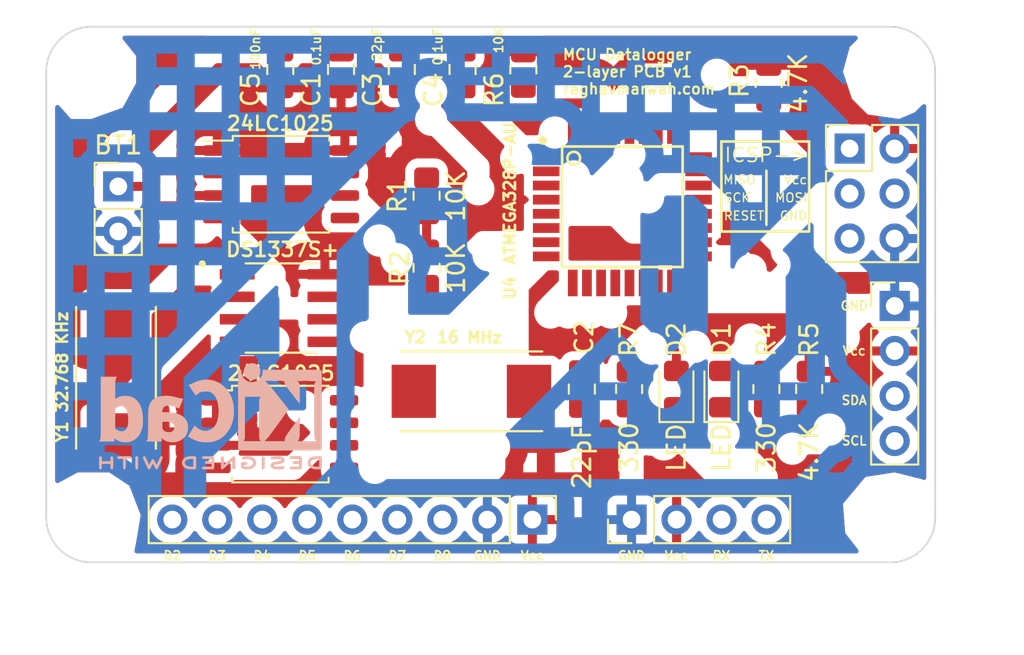
<source format=kicad_pcb>
(kicad_pcb (version 20211014) (generator pcbnew)
  (title_block (title "${project_name}") (date "2022-08-29") (rev "1") (comment 1 "Project #2, KiCad Like a Pro Udemy course") (comment 2 "MCU Datalogger with memory and clock") (comment 3 "github.com/raghavmarwah") (comment 4 "raghavmarwah.com"))
  (layers (0 "F.Cu" mixed) (31 "B.Cu" mixed) (34 "B.Paste" user) (35 "F.Paste" user) (36 "B.SilkS" user "B.Silkscreen") (37 "F.SilkS" user "F.Silkscreen") (38 "B.Mask" user) (39 "F.Mask" user) (44 "Edge.Cuts" user))
  (property "project_name" "MCU Datalogger")
  (net 0 "")
  (net 1 "GND")
  (net 2 "/Vcc")
  (net 3 "Net-(C2-Pad2)")
  (net 4 "Net-(C3-Pad2)")
  (net 5 "Net-(C4-Pad2)")
  (net 6 "Net-(D1-Pad1)")
  (net 7 "/SCK")
  (net 8 "Net-(D2-Pad1)")
  (net 9 "/SDA")
  (net 10 "/RX")
  (net 11 "/TX")
  (net 12 "/D2")
  (net 13 "/D3")
  (net 14 "/D4")
  (net 15 "/D5")
  (net 16 "/D6")
  (net 17 "/D7")
  (net 18 "/D8")
  (net 19 "/MISO")
  (net 20 "/MOSI")
  (net 21 "/RESET")
  (net 22 "Net-(R1-Pad2)")
  (net 23 "Net-(R2-Pad2)")
  (net 24 "Net-(U1-Pad1)")
  (net 25 "Net-(U1-Pad2)")
  (net 35 "/SCL")
  (footprint "MountingHole:MountingHole_2.1mm" (layer "F.Cu") (at 173.482 114.681)
    (fp_text reference "H4")
    (fp_text value "MountingHole")
    (pad "" np_thru_hole circle (at 0 0) (size 2.1 2.1) (drill 2.1) (layers *.Cu *.Mask))
  )
  (footprint "LED_SMD:LED_0805_2012Metric_Pad1.15x1.40mm_HandSolder" (layer "F.Cu") (at 161.417 107.442 90)
    (fp_text reference "D2" (at 2.794 0 90) (layer "F.SilkS"))
    (fp_text value "LED" (at -3.302 0 90) (layer "F.SilkS"))
    (pad "1" smd roundrect (at -1.025 0 90) (size 1.15 1.4) (layers "F.Cu" "F.Paste" "F.Mask") (roundrect_rratio 0.217391) (net 8 "Net-(D2-Pad1)"))
    (pad "2" smd roundrect (at 1.025 0 90) (size 1.15 1.4) (layers "F.Cu" "F.Paste" "F.Mask") (roundrect_rratio 0.217391) (net 2 "/Vcc"))
  )
  (footprint "ATMEGA328P-AU:QFP80P900X900X120-32N" (layer "F.Cu") (at 158.369 97.155)
    (fp_text reference "U4" (at -6.35 4.572 90) (layer "F.SilkS") (effects (font (size 0.641239 0.641239))))
    (fp_text value "ATMEGA328P-AU" (at -6.35 -0.762 90) (layer "F.SilkS") (effects (font (size 0.640449 0.640449))))
    (pad "1" smd rect locked (at -4.3 -2.8) (size 1.5 0.55) (layers "F.Cu" "F.Paste" "F.Mask") (net 13 "/D3"))
    (pad "2" smd rect locked (at -4.3 -2) (size 1.5 0.55) (layers "F.Cu" "F.Paste" "F.Mask") (net 14 "/D4"))
    (pad "3" smd rect locked (at -4.3 -1.2) (size 1.5 0.55) (layers "F.Cu" "F.Paste" "F.Mask") (net 1 "GND"))
    (pad "4" smd rect locked (at -4.3 -0.4) (size 1.5 0.55) (layers "F.Cu" "F.Paste" "F.Mask") (net 2 "/Vcc"))
    (pad "5" smd rect locked (at -4.3 0.4) (size 1.5 0.55) (layers "F.Cu" "F.Paste" "F.Mask") (net 1 "GND"))
    (pad "6" smd rect locked (at -4.3 1.2) (size 1.5 0.55) (layers "F.Cu" "F.Paste" "F.Mask"))
    (pad "7" smd rect locked (at -4.3 2) (size 1.5 0.55) (layers "F.Cu" "F.Paste" "F.Mask") (net 3 "Net-(C2-Pad2)"))
    (pad "8" smd rect locked (at -4.3 2.8) (size 1.5 0.55) (layers "F.Cu" "F.Paste" "F.Mask") (net 4 "Net-(C3-Pad2)"))
    (pad "9" smd rect locked (at -2.8 4.3) (size 0.55 1.5) (layers "F.Cu" "F.Paste" "F.Mask") (net 15 "/D5"))
    (pad "10" smd rect locked (at -2 4.3) (size 0.55 1.5) (layers "F.Cu" "F.Paste" "F.Mask") (net 16 "/D6"))
    (pad "11" smd rect locked (at -1.2 4.3) (size 0.55 1.5) (layers "F.Cu" "F.Paste" "F.Mask") (net 17 "/D7"))
    (pad "12" smd rect locked (at -0.4 4.3) (size 0.55 1.5) (layers "F.Cu" "F.Paste" "F.Mask") (net 18 "/D8"))
    (pad "13" smd rect locked (at 0.4 4.3) (size 0.55 1.5) (layers "F.Cu" "F.Paste" "F.Mask"))
    (pad "14" smd rect locked (at 1.2 4.3) (size 0.55 1.5) (layers "F.Cu" "F.Paste" "F.Mask"))
    (pad "15" smd rect locked (at 2 4.3) (size 0.55 1.5) (layers "F.Cu" "F.Paste" "F.Mask") (net 20 "/MOSI"))
    (pad "16" smd rect locked (at 2.8 4.3) (size 0.55 1.5) (layers "F.Cu" "F.Paste" "F.Mask") (net 19 "/MISO"))
    (pad "17" smd rect locked (at 4.3 2.8) (size 1.5 0.55) (layers "F.Cu" "F.Paste" "F.Mask") (net 7 "/SCK"))
    (pad "18" smd rect locked (at 4.3 2) (size 1.5 0.55) (layers "F.Cu" "F.Paste" "F.Mask") (net 2 "/Vcc"))
    (pad "19" smd rect locked (at 4.3 1.2) (size 1.5 0.55) (layers "F.Cu" "F.Paste" "F.Mask"))
    (pad "20" smd rect locked (at 4.3 0.4) (size 1.5 0.55) (layers "F.Cu" "F.Paste" "F.Mask") (net 5 "Net-(C4-Pad2)"))
    (pad "21" smd rect locked (at 4.3 -0.4) (size 1.5 0.55) (layers "F.Cu" "F.Paste" "F.Mask") (net 1 "GND"))
    (pad "22" smd rect locked (at 4.3 -1.2) (size 1.5 0.55) (layers "F.Cu" "F.Paste" "F.Mask"))
    (pad "23" smd rect locked (at 4.3 -2) (size 1.5 0.55) (layers "F.Cu" "F.Paste" "F.Mask"))
    (pad "24" smd rect locked (at 4.3 -2.8) (size 1.5 0.55) (layers "F.Cu" "F.Paste" "F.Mask"))
    (pad "25" smd rect locked (at 2.8 -4.3) (size 0.55 1.5) (layers "F.Cu" "F.Paste" "F.Mask"))
    (pad "26" smd rect locked (at 2 -4.3) (size 0.55 1.5) (layers "F.Cu" "F.Paste" "F.Mask"))
    (pad "27" smd rect locked (at 1.2 -4.3) (size 0.55 1.5) (layers "F.Cu" "F.Paste" "F.Mask") (net 9 "/SDA"))
    (pad "28" smd rect locked (at 0.4 -4.3) (size 0.55 1.5) (layers "F.Cu" "F.Paste" "F.Mask") (net 35 "/SCL"))
    (pad "29" smd rect locked (at -0.4 -4.3) (size 0.55 1.5) (layers "F.Cu" "F.Paste" "F.Mask") (net 21 "/RESET"))
    (pad "30" smd rect locked (at -1.2 -4.3) (size 0.55 1.5) (layers "F.Cu" "F.Paste" "F.Mask") (net 10 "/RX"))
    (pad "31" smd rect locked (at -2 -4.3) (size 0.55 1.5) (layers "F.Cu" "F.Paste" "F.Mask") (net 11 "/TX"))
    (pad "32" smd rect locked (at -2.8 -4.3) (size 0.55 1.5) (layers "F.Cu" "F.Paste" "F.Mask") (net 12 "/D2"))
  )
  (footprint "MountingHole:MountingHole_2.1mm" (layer "F.Cu") (at 128.397 89.535)
    (fp_text reference "H1")
    (fp_text value "MountingHole")
    (pad "" np_thru_hole circle (at 0 0) (size 2.1 2.1) (drill 2.1) (layers *.Cu *.Mask))
  )
  (footprint "Connector_PinHeader_2.54mm:PinHeader_1x09_P2.54mm_Vertical" (layer "F.Cu") (at 153.289 114.808 -90)
    (fp_text reference "J3")
    (fp_text value "Conn_01x09_Male")
    (pad "1" thru_hole rect (at 0 0 270) (size 1.7 1.7) (drill 1) (layers *.Cu *.Mask) (net 2 "/Vcc"))
    (pad "2" thru_hole oval (at 0 2.54 270) (size 1.7 1.7) (drill 1) (layers *.Cu *.Mask) (net 1 "GND"))
    (pad "3" thru_hole oval (at 0 5.08 270) (size 1.7 1.7) (drill 1) (layers *.Cu *.Mask) (net 18 "/D8"))
    (pad "4" thru_hole oval (at 0 7.62 270) (size 1.7 1.7) (drill 1) (layers *.Cu *.Mask) (net 17 "/D7"))
    (pad "5" thru_hole oval (at 0 10.16 270) (size 1.7 1.7) (drill 1) (layers *.Cu *.Mask) (net 16 "/D6"))
    (pad "6" thru_hole oval (at 0 12.7 270) (size 1.7 1.7) (drill 1) (layers *.Cu *.Mask) (net 15 "/D5"))
    (pad "7" thru_hole oval (at 0 15.24 270) (size 1.7 1.7) (drill 1) (layers *.Cu *.Mask) (net 14 "/D4"))
    (pad "8" thru_hole oval (at 0 17.78 270) (size 1.7 1.7) (drill 1) (layers *.Cu *.Mask) (net 13 "/D3"))
    (pad "9" thru_hole oval (at 0 20.32 270) (size 1.7 1.7) (drill 1) (layers *.Cu *.Mask) (net 12 "/D2"))
  )
  (footprint "Resistor_SMD:R_0805_2012Metric_Pad1.20x1.40mm_HandSolder" (layer "F.Cu") (at 168.91 107.442 -90)
    (fp_text reference "R5" (at -2.794 0 90) (layer "F.SilkS"))
    (fp_text value "4.7K" (at 3.556 0 90) (layer "F.SilkS"))
    (pad "1" smd roundrect (at -1 0 270) (size 1.2 1.4) (layers "F.Cu" "F.Paste" "F.Mask") (roundrect_rratio 0.208333) (net 2 "/Vcc"))
    (pad "2" smd roundrect (at 1 0 270) (size 1.2 1.4) (layers "F.Cu" "F.Paste" "F.Mask") (roundrect_rratio 0.208333) (net 9 "/SDA"))
  )
  (footprint "Capacitor_SMD:C_0805_2012Metric_Pad1.18x1.45mm_HandSolder" (layer "F.Cu") (at 156.083 107.442 90)
    (fp_text reference "C2" (at 2.921 0.127 90) (layer "F.SilkS"))
    (fp_text value "22pF" (at -3.81 0 90) (layer "F.SilkS"))
    (pad "1" smd roundrect (at -1.0375 0 90) (size 1.175 1.45) (layers "F.Cu" "F.Paste" "F.Mask") (roundrect_rratio 0.212766) (net 1 "GND"))
    (pad "2" smd roundrect (at 1.0375 0 90) (size 1.175 1.45) (layers "F.Cu" "F.Paste" "F.Mask") (roundrect_rratio 0.212766) (net 3 "Net-(C2-Pad2)"))
  )
  (footprint "Connector_PinHeader_2.54mm:PinHeader_1x04_P2.54mm_Vertical" (layer "F.Cu") (at 158.887 114.808 90)
    (fp_text reference "J2")
    (fp_text value "Conn_01x04_Male")
    (pad "1" thru_hole rect (at 0 0 90) (size 1.7 1.7) (drill 1) (layers *.Cu *.Mask) (net 1 "GND"))
    (pad "2" thru_hole oval (at 0 2.54 90) (size 1.7 1.7) (drill 1) (layers *.Cu *.Mask) (net 2 "/Vcc"))
    (pad "3" thru_hole oval (at 0 5.08 90) (size 1.7 1.7) (drill 1) (layers *.Cu *.Mask) (net 10 "/RX"))
    (pad "4" thru_hole oval (at 0 7.62 90) (size 1.7 1.7) (drill 1) (layers *.Cu *.Mask) (net 11 "/TX"))
  )
  (footprint "Capacitor_SMD:C_0805_2012Metric_Pad1.18x1.45mm_HandSolder" (layer "F.Cu") (at 149.352 89.408 -90)
    (fp_text reference "C4" (at 1.143 1.651 90) (layer "F.SilkS"))
    (fp_text value "0.1uF" (at -1.27 1.397 90) (layer "F.SilkS") (effects (font (size 0.5 0.5) (thickness 0.1))))
    (pad "1" smd roundrect (at -1.0375 0 270) (size 1.175 1.45) (layers "F.Cu" "F.Paste" "F.Mask") (roundrect_rratio 0.212766) (net 1 "GND"))
    (pad "2" smd roundrect (at 1.0375 0 270) (size 1.175 1.45) (layers "F.Cu" "F.Paste" "F.Mask") (roundrect_rratio 0.212766) (net 5 "Net-(C4-Pad2)"))
  )
  (footprint "ABM2-32:XTAL_ABM2-32.000MHZ-D4YF-T" (layer "F.Cu") (at 129.794 106.807 -90)
    (fp_text reference "Y1" (at 3.048 3.048 -90) (layer "F.SilkS") (effects (font (size 0.64 0.64))))
    (fp_text value "32.768 KHz" (at -0.889 3.048 -90) (layer "F.SilkS") (effects (font (size 0.64 0.64))))
    (pad "1" smd rect locked (at -3.25 0 270) (size 2.5 3) (layers "F.Cu" "F.Paste" "F.Mask") (net 24 "Net-(U1-Pad1)"))
    (pad "2" smd rect locked (at 3.25 0 270) (size 2.5 3) (layers "F.Cu" "F.Paste" "F.Mask") (net 25 "Net-(U1-Pad2)"))
  )
  (footprint "Capacitor_SMD:C_0805_2012Metric_Pad1.18x1.45mm_HandSolder" (layer "F.Cu") (at 139.065 89.408 90)
    (fp_text reference "C5" (at -1.143 -1.68 90) (layer "F.SilkS"))
    (fp_text value "100nF" (at 1.143 -1.397 90) (layer "F.SilkS") (effects (font (size 0.5 0.5) (thickness 0.1))))
    (pad "1" smd roundrect (at -1.0375 0 90) (size 1.175 1.45) (layers "F.Cu" "F.Paste" "F.Mask") (roundrect_rratio 0.212766) (net 2 "/Vcc"))
    (pad "2" smd roundrect (at 1.0375 0 90) (size 1.175 1.45) (layers "F.Cu" "F.Paste" "F.Mask") (roundrect_rratio 0.212766) (net 1 "GND"))
  )
  (footprint "Capacitor_SMD:C_0805_2012Metric_Pad1.18x1.45mm_HandSolder" (layer "F.Cu") (at 142.494 89.408 90)
    (fp_text reference "C1" (at -1.143 -1.68 90) (layer "F.SilkS"))
    (fp_text value "0.1uF" (at 1.27 -1.397 90) (layer "F.SilkS") (effects (font (size 0.5 0.5) (thickness 0.1))))
    (pad "1" smd roundrect (at -1.0375 0 90) (size 1.175 1.45) (layers "F.Cu" "F.Paste" "F.Mask") (roundrect_rratio 0.212766) (net 2 "/Vcc"))
    (pad "2" smd roundrect (at 1.0375 0 90) (size 1.175 1.45) (layers "F.Cu" "F.Paste" "F.Mask") (roundrect_rratio 0.212766) (net 1 "GND"))
  )
  (footprint "Package_SO:SOIC-8_5.23x5.23mm_P1.27mm" (layer "F.Cu") (at 139.109 95.885)
    (fp_text reference "U3")
    (fp_text value "24LC1025" (at -0.044 -3.429) (layer "F.SilkS") (effects (font (size 0.8 0.8))))
    (pad "1" smd roundrect (at -3.6 -1.905) (size 1.6 0.6) (layers "F.Cu" "F.Paste" "F.Mask") (net 2 "/Vcc"))
    (pad "2" smd roundrect (at -3.6 -0.635) (size 1.6 0.6) (layers "F.Cu" "F.Paste" "F.Mask") (net 1 "GND"))
    (pad "3" smd roundrect (at -3.6 0.635) (size 1.6 0.6) (layers "F.Cu" "F.Paste" "F.Mask") (net 2 "/Vcc"))
    (pad "4" smd roundrect (at -3.6 1.905) (size 1.6 0.6) (layers "F.Cu" "F.Paste" "F.Mask") (net 1 "GND"))
    (pad "5" smd roundrect (at 3.6 1.905) (size 1.6 0.6) (layers "F.Cu" "F.Paste" "F.Mask") (net 9 "/SDA"))
    (pad "6" smd roundrect (at 3.6 0.635) (size 1.6 0.6) (layers "F.Cu" "F.Paste" "F.Mask") (net 35 "/SCL"))
    (pad "7" smd roundrect (at 3.6 -0.635) (size 1.6 0.6) (layers "F.Cu" "F.Paste" "F.Mask") (net 1 "GND"))
    (pad "8" smd roundrect (at 3.6 -1.905) (size 1.6 0.6) (layers "F.Cu" "F.Paste" "F.Mask") (net 2 "/Vcc"))
  )
  (footprint "Resistor_SMD:R_0805_2012Metric_Pad1.20x1.40mm_HandSolder" (layer "F.Cu") (at 147.32 100.6 -90)
    (fp_text reference "R2" (at 0 1.524 90) (layer "F.SilkS"))
    (fp_text value "10K" (at 0 -1.651 90) (layer "F.SilkS"))
    (pad "1" smd roundrect (at -1 0 270) (size 1.2 1.4) (layers "F.Cu" "F.Paste" "F.Mask") (roundrect_rratio 0.208333) (net 2 "/Vcc"))
    (pad "2" smd roundrect (at 1 0 270) (size 1.2 1.4) (layers "F.Cu" "F.Paste" "F.Mask") (roundrect_rratio 0.208333) (net 23 "Net-(R2-Pad2)"))
  )
  (footprint "LED_SMD:LED_0805_2012Metric_Pad1.15x1.40mm_HandSolder" (layer "F.Cu") (at 163.957 107.442 90)
    (fp_text reference "D1" (at 2.794 0 90) (layer "F.SilkS"))
    (fp_text value "LED" (at -3.302 0 90) (layer "F.SilkS"))
    (pad "1" smd roundrect (at -1.025 0 90) (size 1.15 1.4) (layers "F.Cu" "F.Paste" "F.Mask") (roundrect_rratio 0.217391) (net 6 "Net-(D1-Pad1)"))
    (pad "2" smd roundrect (at 1.025 0 90) (size 1.15 1.4) (layers "F.Cu" "F.Paste" "F.Mask") (roundrect_rratio 0.217391) (net 7 "/SCK"))
  )
  (footprint "Package_SO:SOIC-8_5.23x5.23mm_P1.27mm" (layer "F.Cu") (at 139.065 109.982)
    (fp_text reference "U2")
    (fp_text value "24LC1025" (at 0.044 -3.429) (layer "F.SilkS") (effects (font (size 0.8 0.8))))
    (pad "1" smd roundrect (at -3.6 -1.905) (size 1.6 0.6) (layers "F.Cu" "F.Paste" "F.Mask") (net 2 "/Vcc"))
    (pad "2" smd roundrect (at -3.6 -0.635) (size 1.6 0.6) (layers "F.Cu" "F.Paste" "F.Mask") (net 2 "/Vcc"))
    (pad "3" smd roundrect (at -3.6 0.635) (size 1.6 0.6) (layers "F.Cu" "F.Paste" "F.Mask") (net 2 "/Vcc"))
    (pad "4" smd roundrect (at -3.6 1.905) (size 1.6 0.6) (layers "F.Cu" "F.Paste" "F.Mask") (net 1 "GND"))
    (pad "5" smd roundrect (at 3.6 1.905) (size 1.6 0.6) (layers "F.Cu" "F.Paste" "F.Mask") (net 9 "/SDA"))
    (pad "6" smd roundrect (at 3.6 0.635) (size 1.6 0.6) (layers "F.Cu" "F.Paste" "F.Mask") (net 35 "/SCL"))
    (pad "7" smd roundrect (at 3.6 -0.635) (size 1.6 0.6) (layers "F.Cu" "F.Paste" "F.Mask") (net 1 "GND"))
    (pad "8" smd roundrect (at 3.6 -1.905) (size 1.6 0.6) (layers "F.Cu" "F.Paste" "F.Mask") (net 2 "/Vcc"))
  )
  (footprint "DS1337S_:SOIC127P600X175-8N" (layer "F.Cu") (at 139.109 102.87)
    (fp_text reference "U1")
    (fp_text value "DS1337S+" (at 0.083 -3.302) (layer "F.SilkS") (effects (font (size 0.8 0.8))))
    (pad "1" smd roundrect locked (at -2.475 -1.905) (size 1.97 0.59) (layers "F.Cu" "F.Paste" "F.Mask") (roundrect_rratio 0.07) (net 24 "Net-(U1-Pad1)"))
    (pad "2" smd roundrect locked (at -2.475 -0.635) (size 1.97 0.59) (layers "F.Cu" "F.Paste" "F.Mask") (roundrect_rratio 0.07) (net 25 "Net-(U1-Pad2)"))
    (pad "3" smd roundrect locked (at -2.475 0.635) (size 1.97 0.59) (layers "F.Cu" "F.Paste" "F.Mask") (roundrect_rratio 0.07) (net 22 "Net-(R1-Pad2)"))
    (pad "4" smd roundrect locked (at -2.475 1.905) (size 1.97 0.59) (layers "F.Cu" "F.Paste" "F.Mask") (roundrect_rratio 0.07) (net 1 "GND"))
    (pad "5" smd roundrect locked (at 2.475 1.905) (size 1.97 0.59) (layers "F.Cu" "F.Paste" "F.Mask") (roundrect_rratio 0.07) (net 9 "/SDA"))
    (pad "6" smd roundrect locked (at 2.475 0.635) (size 1.97 0.59) (layers "F.Cu" "F.Paste" "F.Mask") (roundrect_rratio 0.07) (net 35 "/SCL"))
    (pad "7" smd roundrect locked (at 2.475 -0.635) (size 1.97 0.59) (layers "F.Cu" "F.Paste" "F.Mask") (roundrect_rratio 0.07) (net 23 "Net-(R2-Pad2)"))
    (pad "8" smd roundrect locked (at 2.475 -1.905) (size 1.97 0.59) (layers "F.Cu" "F.Paste" "F.Mask") (roundrect_rratio 0.07) (net 2 "/Vcc"))
  )
  (footprint "Connector_PinHeader_2.54mm:PinHeader_1x04_P2.54mm_Vertical" (layer "F.Cu") (at 173.736 102.753)
    (fp_text reference "J1")
    (fp_text value "Conn_01x04_Male")
    (pad "1" thru_hole rect (at 0 0) (size 1.7 1.7) (drill 1) (layers *.Cu *.Mask) (net 1 "GND"))
    (pad "2" thru_hole oval (at 0 2.54) (size 1.7 1.7) (drill 1) (layers *.Cu *.Mask) (net 2 "/Vcc"))
    (pad "3" thru_hole oval (at 0 5.08) (size 1.7 1.7) (drill 1) (layers *.Cu *.Mask) (net 9 "/SDA"))
    (pad "4" thru_hole oval (at 0 7.62) (size 1.7 1.7) (drill 1) (layers *.Cu *.Mask) (net 35 "/SCL"))
  )
  (footprint "ABM2-32:XTAL_ABM2-32.000MHZ-D4YF-T" (layer "F.Cu") (at 149.849 107.569 180)
    (fp_text reference "Y2" (at 3.164 3.048 180) (layer "F.SilkS") (effects (font (size 0.64 0.64))))
    (fp_text value "16 MHz" (at 0.116 3.048 180) (layer "F.SilkS") (effects (font (size 0.64 0.64))))
    (pad "1" smd rect locked (at -3.25 0 180) (size 2.5 3) (layers "F.Cu" "F.Paste" "F.Mask") (net 4 "Net-(C3-Pad2)"))
    (pad "2" smd rect locked (at 3.25 0 180) (size 2.5 3) (layers "F.Cu" "F.Paste" "F.Mask") (net 3 "Net-(C2-Pad2)"))
  )
  (footprint "Resistor_SMD:R_0805_2012Metric_Pad1.20x1.40mm_HandSolder" (layer "F.Cu") (at 166.497 107.442 -90)
    (fp_text reference "R4" (at -2.794 0 90) (layer "F.SilkS"))
    (fp_text value "330" (at 3.302 0 90) (layer "F.SilkS"))
    (pad "1" smd roundrect (at -1 0 270) (size 1.2 1.4) (layers "F.Cu" "F.Paste" "F.Mask") (roundrect_rratio 0.208333) (net 1 "GND"))
    (pad "2" smd roundrect (at 1 0 270) (size 1.2 1.4) (layers "F.Cu" "F.Paste" "F.Mask") (roundrect_rratio 0.208333) (net 6 "Net-(D1-Pad1)"))
  )
  (footprint "MountingHole:MountingHole_2.1mm" (layer "F.Cu") (at 128.397 114.681)
    (fp_text reference "H3")
    (fp_text value "MountingHole")
    (pad "" np_thru_hole circle (at 0 0) (size 2.1 2.1) (drill 2.1) (layers *.Cu *.Mask))
  )
  (footprint "Connector_PinHeader_2.54mm:PinHeader_1x02_P2.54mm_Vertical" (layer "F.Cu") (at 129.921 96.007)
    (fp_text reference "BT1" (at 0 -2.33) (layer "F.SilkS"))
    (fp_text value "Battery")
    (pad "1" thru_hole rect (at 0 0) (size 1.7 1.7) (drill 1) (layers *.Cu *.Mask) (net 2 "/Vcc"))
    (pad "2" thru_hole oval (at 0 2.54) (size 1.7 1.7) (drill 1) (layers *.Cu *.Mask) (net 1 "GND"))
  )
  (footprint "Resistor_SMD:R_0805_2012Metric_Pad1.20x1.40mm_HandSolder" (layer "F.Cu") (at 152.781 89.408 -90)
    (fp_text reference "R6" (at 1.143 1.651 90) (layer "F.SilkS"))
    (fp_text value "10K" (at -1.651 1.397 90) (layer "F.SilkS") (effects (font (size 0.5 0.5) (thickness 0.1))))
    (pad "1" smd roundrect (at -1 0 270) (size 1.2 1.4) (layers "F.Cu" "F.Paste" "F.Mask") (roundrect_rratio 0.208333) (net 2 "/Vcc"))
    (pad "2" smd roundrect (at 1 0 270) (size 1.2 1.4) (layers "F.Cu" "F.Paste" "F.Mask") (roundrect_rratio 0.208333) (net 21 "/RESET"))
  )
  (footprint "MountingHole:MountingHole_2.1mm" (layer "F.Cu") (at 173.482 89.535)
    (fp_text reference "H2")
    (fp_text value "MountingHole")
    (pad "" np_thru_hole circle (at 0 0) (size 2.1 2.1) (drill 2.1) (layers *.Cu *.Mask))
  )
  (footprint "Resistor_SMD:R_0805_2012Metric_Pad1.20x1.40mm_HandSolder" (layer "F.Cu") (at 147.32 96.536 90)
    (fp_text reference "R1" (at 0 -1.65 90) (layer "F.SilkS"))
    (fp_text value "10K" (at 0 1.65 90) (layer "F.SilkS"))
    (pad "1" smd roundrect (at -1 0 90) (size 1.2 1.4) (layers "F.Cu" "F.Paste" "F.Mask") (roundrect_rratio 0.208333) (net 2 "/Vcc"))
    (pad "2" smd roundrect (at 1 0 90) (size 1.2 1.4) (layers "F.Cu" "F.Paste" "F.Mask") (roundrect_rratio 0.208333) (net 22 "Net-(R1-Pad2)"))
  )
  (footprint "Connector_PinHeader_2.54mm:PinHeader_2x03_P2.54mm_Vertical" (layer "F.Cu") (at 171.191 93.868)
    (fp_text reference "J4")
    (fp_text value "Conn_02x03_Odd_Even")
    (pad "1" thru_hole rect (at 0 0) (size 1.7 1.7) (drill 1) (layers *.Cu *.Mask) (net 19 "/MISO"))
    (pad "2" thru_hole oval (at 2.54 0) (size 1.7 1.7) (drill 1) (layers *.Cu *.Mask) (net 2 "/Vcc"))
    (pad "3" thru_hole oval (at 0 2.54) (size 1.7 1.7) (drill 1) (layers *.Cu *.Mask) (net 7 "/SCK"))
    (pad "4" thru_hole oval (at 2.54 2.54) (size 1.7 1.7) (drill 1) (layers *.Cu *.Mask) (net 20 "/MOSI"))
    (pad "5" thru_hole oval (at 0 5.08) (size 1.7 1.7) (drill 1) (layers *.Cu *.Mask) (net 21 "/RESET"))
    (pad "6" thru_hole oval (at 2.54 5.08) (size 1.7 1.7) (drill 1) (layers *.Cu *.Mask) (net 1 "GND"))
  )
  (footprint "Capacitor_SMD:C_0805_2012Metric_Pad1.18x1.45mm_HandSolder" (layer "F.Cu") (at 145.923 89.408 -90)
    (fp_text reference "C3" (at 1.143 1.651 90) (layer "F.SilkS"))
    (fp_text value "22pF" (at -1.397 1.397 90) (layer "F.SilkS") (effects (font (size 0.5 0.5) (thickness 0.1))))
    (pad "1" smd roundrect (at -1.0375 0 270) (size 1.175 1.45) (layers "F.Cu" "F.Paste" "F.Mask") (roundrect_rratio 0.212766) (net 1 "GND"))
    (pad "2" smd roundrect (at 1.0375 0 270) (size 1.175 1.45) (layers "F.Cu" "F.Paste" "F.Mask") (roundrect_rratio 0.212766) (net 4 "Net-(C3-Pad2)"))
  )
  (footprint "Resistor_SMD:R_0805_2012Metric_Pad1.20x1.40mm_HandSolder" (layer "F.Cu") (at 158.75 107.442 -90)
    (fp_text reference "R7" (at -2.794 0 90) (layer "F.SilkS"))
    (fp_text value "330" (at 3.302 0 90) (layer "F.SilkS"))
    (pad "1" smd roundrect (at -1 0 270) (size 1.2 1.4) (layers "F.Cu" "F.Paste" "F.Mask") (roundrect_rratio 0.208333) (net 8 "Net-(D2-Pad1)"))
    (pad "2" smd roundrect (at 1 0 270) (size 1.2 1.4) (layers "F.Cu" "F.Paste" "F.Mask") (roundrect_rratio 0.208333) (net 1 "GND"))
  )
  (footprint "Resistor_SMD:R_0805_2012Metric_Pad1.20x1.40mm_HandSolder" (layer "F.Cu") (at 166.624 90.17 -90)
    (fp_text reference "R3" (at -0.127 1.651 90) (layer "F.SilkS"))
    (fp_text value "4.7K" (at 0 -1.651 90) (layer "F.SilkS"))
    (pad "1" smd roundrect (at -1 0 270) (size 1.2 1.4) (layers "F.Cu" "F.Paste" "F.Mask") (roundrect_rratio 0.208333) (net 2 "/Vcc"))
    (pad "2" smd roundrect (at 1 0 270) (size 1.2 1.4) (layers "F.Cu" "F.Paste" "F.Mask") (roundrect_rratio 0.208333) (net 35 "/SCL"))
  )
  (footprint "Symbol:KiCad-Logo2_5mm_SilkScreen" (layer "B.Cu") (at 135.128 108.966 180)
    (fp_text reference "REF**" hide)
    (fp_text value "KiCad-Logo2_5mm_SilkScreen" hide)
  )
  (gr_line (start 166.497 95.123) (end 166.497 98.171) (layer "F.SilkS") (width 0.15))
  (gr_rect (start 163.957 93.472) (end 168.91 98.552) (layer "F.SilkS") (width 0.15) (fill none))
  (gr_arc (start 125.857 89.535) (mid 126.600949 87.738949) (end 128.397 86.995) (layer "Edge.Cuts") (width 0.1))
  (gr_line (start 125.857 89.535) (end 125.857 114.681) (layer "Edge.Cuts") (width 0.1))
  (gr_arc (start 128.397 117.221) (mid 126.600949 116.477051) (end 125.857 114.681) (layer "Edge.Cuts") (width 0.1))
  (gr_arc (start 173.482 86.995) (mid 175.234816 87.69673) (end 176.019125 89.414185) (layer "Edge.Cuts") (width 0.1))
  (gr_line (start 173.482 86.995) (end 128.397 86.995) (layer "Edge.Cuts") (width 0.1))
  (gr_arc (start 176.022 114.808) (mid 175.280295 116.479295) (end 173.609 117.221) (layer "Edge.Cuts") (width 0.1))
  (gr_line (start 176.022 114.808) (end 176.019125 89.414185) (layer "Edge.Cuts") (width 0.1))
  (gr_line (start 128.397 117.221) (end 173.609 117.221) (layer "Edge.Cuts") (width 0.1))
  (gr_text "MOSI" (at 167.894 96.647) (layer "F.SilkS") (effects (font (size 0.5 0.5) (thickness 0.08))))
  (gr_text "GND" (at 168.021 97.663) (layer "F.SilkS") (effects (font (size 0.5 0.5) (thickness 0.08))))
  (gr_text "TX" (at 166.497 116.84) (layer "F.SilkS") (effects (font (size 0.5 0.5) (thickness 0.1))))
  (gr_text "GND\n" (at 158.877 116.84) (layer "F.SilkS") (effects (font (size 0.5 0.5) (thickness 0.1))))
  (gr_text "Vcc" (at 168.148 95.631) (layer "F.SilkS") (effects (font (size 0.5 0.5) (thickness 0.08))))
  (gr_text "Vcc" (at 153.289 116.84) (layer "F.SilkS") (effects (font (size 0.5 0.5) (thickness 0.1))))
  (gr_text "MISO" (at 164.973 95.631) (layer "F.SilkS") (effects (font (size 0.5 0.5) (thickness 0.08))))
  (gr_text "SDA" (at 171.45 108.077) (layer "F.SilkS") (effects (font (size 0.5 0.5) (thickness 0.1))))
  (gr_text "SCL" (at 171.45 110.363) (layer "F.SilkS") (effects (font (size 0.5 0.5) (thickness 0.1))))
  (gr_text "D2" (at 132.969 116.84) (layer "F.SilkS") (effects (font (size 0.5 0.5) (thickness 0.1))))
  (gr_text "GND\n" (at 171.45 102.743) (layer "F.SilkS") (effects (font (size 0.5 0.5) (thickness 0.1))))
  (gr_text "MCU Datalogger\n2-layer PCB v1\nraghavmarwah.com" (at 154.94 89.535) (layer "F.SilkS") (effects (font (size 0.6 0.6) (thickness 0.12)) (justify left)))
  (gr_text "GND\n" (at 150.749 116.84) (layer "F.SilkS") (effects (font (size 0.5 0.5) (thickness 0.1))))
  (gr_text "D8" (at 148.209 116.84) (layer "F.SilkS") (effects (font (size 0.5 0.5) (thickness 0.1))))
  (gr_text "RX" (at 163.957 116.84) (layer "F.SilkS") (effects (font (size 0.5 0.5) (thickness 0.1))))
  (gr_text "Vcc" (at 161.417 116.84) (layer "F.SilkS") (effects (font (size 0.5 0.5) (thickness 0.1))))
  (gr_text "D3" (at 135.509 116.84) (layer "F.SilkS") (effects (font (size 0.5 0.5) (thickness 0.1))))
  (gr_text "Vcc" (at 171.45 105.283) (layer "F.SilkS") (effects (font (size 0.5 0.5) (thickness 0.1))))
  (gr_text "ICSP->" (at 166.497 94.234) (layer "F.SilkS") (effects (font (size 0.8 0.8) (thickness 0.1))))
  (gr_text "D5" (at 140.589 116.84) (layer "F.SilkS") (effects (font (size 0.5 0.5) (thickness 0.1))))
  (gr_text "SCK" (at 164.846 96.647) (layer "F.SilkS") (effects (font (size 0.5 0.5) (thickness 0.08))))
  (gr_text "D7" (at 145.669 116.84) (layer "F.SilkS") (effects (font (size 0.5 0.5) (thickness 0.1))))
  (gr_text "RESET" (at 165.227 97.663) (layer "F.SilkS") (effects (font (size 0.5 0.5) (thickness 0.08))))
  (gr_text "D4" (at 138.049 116.84) (layer "F.SilkS") (effects (font (size 0.5 0.5) (thickness 0.1))))
  (gr_text "D6" (at 143.129 116.84) (layer "F.SilkS") (effects (font (size 0.5 0.5) (thickness 0.1))))
  (zone (net 2) (net_name "/Vcc") (layer "F.Cu") (connect_pads (clearance 0.508)) (min_thickness 0.254) (fill yes (mode hatch) (thermal_gap 0.508) (thermal_bridge_width 0.508) (hatch_thickness 1.016) (hatch_gap 1.524) (hatch_orientation 0) (hatch_border_algorithm hatch_thickness) (hatch_min_hole_area 0.3))
    (polygon (pts (xy 175.768 112.776) (xy 175.26 112.522) (xy 173.736 112.141) (xy 172.085 112.395) (xy 170.815 113.919) (xy 170.942 115.57) (xy 171.831 116.713) (xy 130.81 116.713) (xy 130.937 116.078) (xy 131.191 114.554) (xy 130.556 112.903) (xy 129.413 112.141) (xy 127.635 112.141) (xy 126.238 112.903) (xy 126.238 91.059) (xy 127.254 92.202) (xy 128.397 92.202) (xy 130.175 91.567) (xy 130.937 90.17) (xy 130.937 88.646) (xy 129.921 87.376) (xy 133.604 87.376) (xy 147.447 87.376) (xy 158.496 87.376) (xy 171.958 87.376) (xy 171.196 88.138) (xy 170.815 89.535) (xy 171.322322 91.059) (xy 172.212 91.948) (xy 173.99 92.202) (xy 174.879 91.821) (xy 175.768 90.932)))
  )
  (zone (net 1) (net_name "GND") (layer "B.Cu") (connect_pads (clearance 0.508)) (min_thickness 0.254) (fill yes (mode hatch) (thermal_gap 0.508) (thermal_bridge_width 0.508) (hatch_thickness 1.016) (hatch_gap 1.524) (hatch_orientation 0) (hatch_border_algorithm hatch_thickness) (hatch_min_hole_area 0.3))
    (polygon (pts (xy 175.768 112.776) (xy 175.26 112.522) (xy 173.736 112.141) (xy 172.085 112.395) (xy 170.815 113.919) (xy 170.942 115.57) (xy 171.831 116.713) (xy 130.81 116.713) (xy 130.937 116.078) (xy 131.191 114.554) (xy 130.556 112.903) (xy 129.413 112.141) (xy 127.635 112.141) (xy 126.238 112.903) (xy 126.238 91.059) (xy 127.254 92.202) (xy 128.397 92.202) (xy 130.175 91.567) (xy 130.937 90.17) (xy 130.937 88.646) (xy 129.921 87.376) (xy 133.604 87.376) (xy 147.447 87.376) (xy 158.496 87.376) (xy 171.958 87.376) (xy 171.196 88.138) (xy 170.815 89.535) (xy 171.322322 91.059) (xy 172.212 91.948) (xy 173.99 92.202) (xy 174.879 91.821) (xy 175.768 90.932)))
  )
)
</source>
